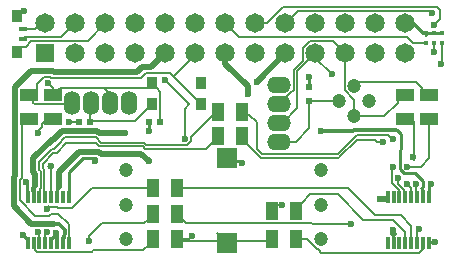
<source format=gtl>
G04*
G04 #@! TF.GenerationSoftware,Altium Limited,Altium Designer,19.1.5 (86)*
G04*
G04 Layer_Physical_Order=1*
G04 Layer_Color=255*
%FSLAX25Y25*%
%MOIN*%
G70*
G01*
G75*
%ADD12C,0.01000*%
%ADD14C,0.00600*%
%ADD31R,0.01181X0.03937*%
%ADD32R,0.07087X0.06890*%
%ADD33R,0.04000X0.06000*%
%ADD34R,0.02200X0.02362*%
%ADD35R,0.01772X0.01772*%
%ADD36R,0.01575X0.01772*%
%ADD37R,0.03150X0.01575*%
%ADD38R,0.03543X0.03937*%
%ADD39R,0.06000X0.04000*%
%ADD40R,0.02165X0.02165*%
%ADD41C,0.01400*%
%ADD42C,0.02000*%
%ADD43C,0.01200*%
%ADD44C,0.06496*%
%ADD45R,0.06496X0.06496*%
%ADD46O,0.05512X0.07874*%
%ADD47O,0.07874X0.05512*%
%ADD48C,0.04724*%
G04:AMPARAMS|DCode=49|XSize=43.31mil|YSize=35.43mil|CornerRadius=8.86mil|HoleSize=0mil|Usage=FLASHONLY|Rotation=270.000|XOffset=0mil|YOffset=0mil|HoleType=Round|Shape=RoundedRectangle|*
%AMROUNDEDRECTD49*
21,1,0.04331,0.01772,0,0,270.0*
21,1,0.02559,0.03543,0,0,270.0*
1,1,0.01772,-0.00886,-0.01280*
1,1,0.01772,-0.00886,0.01280*
1,1,0.01772,0.00886,0.01280*
1,1,0.01772,0.00886,-0.01280*
%
%ADD49ROUNDEDRECTD49*%
%ADD50C,0.02362*%
D12*
X5500Y25000D02*
X6055Y24445D01*
X133590Y28000D02*
X135226D01*
X137781Y25445D01*
X140000Y24500D02*
X140500D01*
X139890Y24390D02*
X140000Y24500D01*
X137781Y23555D02*
Y25445D01*
X137250Y23024D02*
X137781Y23555D01*
X137250Y23024D02*
X137831Y22443D01*
Y20268D02*
Y22443D01*
Y20268D02*
X137921Y20177D01*
X130335Y29307D02*
Y35835D01*
X130500Y36000D01*
X133561Y27971D02*
X133590Y28000D01*
X131671Y27971D02*
X133561D01*
X130335Y29307D02*
X131671Y27971D01*
X15500Y8000D02*
X15784D01*
X13984Y6201D02*
X15784Y8000D01*
X16000Y23000D02*
X16500Y23500D01*
X16000Y21000D02*
Y23000D01*
X15953Y20953D02*
X16000Y21000D01*
X15953Y20177D02*
Y20953D01*
X140067Y5000D02*
X142000D01*
X139890Y4823D02*
X140067Y5000D01*
X130416Y36183D02*
Y41084D01*
X129500Y42000D02*
X130416Y41084D01*
X139890Y20177D02*
Y24390D01*
X15934Y7934D02*
X16000Y8000D01*
X15934Y4842D02*
Y7934D01*
Y4842D02*
X15953Y4823D01*
X24500Y33000D02*
X29000D01*
X19890Y28390D02*
X24500Y33000D01*
X19890Y20177D02*
Y28390D01*
X6055Y20232D02*
Y24445D01*
Y20232D02*
X6110Y20177D01*
X13984Y4823D02*
Y6201D01*
X4500Y7500D02*
X6110Y5890D01*
Y4823D02*
Y5890D01*
X138500Y74500D02*
X138842Y74158D01*
X77000Y32000D02*
X77500Y31500D01*
X73500Y32000D02*
X77000D01*
X72500Y33000D02*
X73500Y32000D01*
X72500Y33000D02*
Y33075D01*
X4307Y82000D02*
X5000D01*
X2713Y80405D02*
X4307Y82000D01*
X137827Y74673D02*
X138842D01*
X134500Y78000D02*
X137827Y74673D01*
X132000Y78000D02*
X134500D01*
X139000Y74673D02*
X141500D01*
X138842Y74158D02*
Y74673D01*
X141500D02*
X144158D01*
X100000Y56800D02*
Y60000D01*
X46500Y42000D02*
X46610Y42110D01*
Y45000D01*
D14*
X136000Y6000D02*
Y9000D01*
X136500Y9500D01*
X3419Y19037D02*
X8537Y13919D01*
X13362D01*
X14059Y14616D02*
X16384D01*
X13362Y13919D02*
X14059Y14616D01*
X12500Y16000D02*
Y16500D01*
X13000Y17000D01*
X142419Y83581D02*
X143500Y82500D01*
X85797Y78297D02*
X91081Y83581D01*
X142419D01*
X141000Y81500D02*
X141500Y82000D01*
X122000Y39046D02*
X122546Y38500D01*
X127500Y39500D02*
X128000D01*
X126116Y40884D02*
X127500Y39500D01*
X122546Y38500D02*
X124500D01*
X115884Y40884D02*
X126116D01*
X109500Y34500D02*
X115884Y40884D01*
X68000Y47500D02*
X69500D01*
X28862Y40000D02*
X30662Y38200D01*
X18500Y40000D02*
X28862D01*
X30662Y38200D02*
X44929D01*
X65519Y36219D02*
X69500Y40200D01*
X44432Y37000D02*
X45213Y36219D01*
X44929Y38200D02*
X45710Y37419D01*
X59362D01*
X45213Y36219D02*
X65519D01*
X60581Y40081D02*
X68000Y47500D01*
X60581Y38638D02*
Y40081D01*
X59362Y37419D02*
X60581Y38638D01*
X58500Y39500D02*
Y49500D01*
X3419Y19037D02*
Y25862D01*
X4116Y26559D02*
Y46116D01*
X3419Y25862D02*
X4116Y26559D01*
X127419Y24916D02*
X130000Y22335D01*
X127419Y24916D02*
Y29419D01*
X128000Y30000D01*
X129500Y26500D02*
X129719Y26281D01*
Y24337D02*
Y26281D01*
Y24337D02*
X131638Y22419D01*
X131725Y21775D02*
Y22419D01*
X131638D02*
X131725D01*
X134500Y33000D02*
Y33500D01*
Y33000D02*
X135000Y32500D01*
X134000Y5000D02*
Y10500D01*
X9003Y8500D02*
X9867Y7636D01*
X9000Y8500D02*
X9003D01*
X9867Y5003D02*
Y7636D01*
Y5003D02*
X10047Y4823D01*
X12016Y7351D02*
X13016Y8351D01*
X12435D02*
X13016D01*
X16384Y14616D02*
X20000Y11000D01*
Y6311D02*
Y11000D01*
X13000Y17000D02*
X13300Y16700D01*
X9200Y57700D02*
X11581Y60081D01*
X13862D01*
X14059Y59884D02*
X43884D01*
X13862Y60081D02*
X14059Y59884D01*
X13051Y30500D02*
X14000D01*
X13000Y30448D02*
X13051Y30500D01*
X26500Y5500D02*
Y7000D01*
X31000Y11500D01*
X58900Y11600D02*
X100500D01*
X101100Y11000D02*
X114000D01*
X100500Y11600D02*
X101100Y11000D01*
X128000Y12500D02*
X132000Y8500D01*
Y5500D02*
Y8500D01*
X118000Y12500D02*
X128000D01*
X109500Y21000D02*
X118000Y12500D01*
X130500Y14000D02*
X134000Y10500D01*
X122000Y14000D02*
X130500D01*
X113000Y23000D02*
X122000Y14000D01*
X103443Y1943D02*
X103886Y1500D01*
X99387Y6000D02*
X102649Y2738D01*
X102762D02*
X103500Y2000D01*
X102649Y2738D02*
X102762D01*
X95500Y6000D02*
X99387D01*
X137443Y2544D02*
X138399Y3500D01*
X137443Y2482D02*
Y2544D01*
X136462Y1500D02*
X137443Y2482D01*
X103886Y1500D02*
X136462D01*
X115743Y39046D02*
X122000D01*
X132500Y24500D02*
X134000Y23000D01*
Y21000D02*
Y23000D01*
X131725Y21775D02*
X132000Y21500D01*
X135500Y22008D02*
Y24500D01*
Y22008D02*
X136000Y21508D01*
Y21000D02*
Y21508D01*
X132616Y30252D02*
X132752Y30116D01*
X130000Y22000D02*
Y22335D01*
X132752Y30116D02*
X137116D01*
X140000Y33000D01*
X31000Y11500D02*
X45000D01*
X13300Y16700D02*
X15997D01*
X16197Y16500D01*
X21000D01*
X27500Y23000D01*
X17500Y39000D02*
X18500Y40000D01*
X14785Y36004D02*
X17641Y38859D01*
X14142Y36004D02*
X14785D01*
X9500Y41500D02*
Y42000D01*
X18975Y38000D02*
X29000D01*
X30082Y37082D02*
X30165Y37000D01*
X29000Y38000D02*
X30000Y37000D01*
X30165D02*
X44432D01*
X15779Y34804D02*
X18975Y38000D01*
X11600Y22197D02*
Y29235D01*
Y22197D02*
X11725Y22072D01*
Y21275D02*
Y22072D01*
Y21275D02*
X12000Y21000D01*
X10338Y20468D02*
Y22920D01*
X10047Y20177D02*
X10338Y20468D01*
X11116Y29719D02*
X11600Y29235D01*
X9916Y29223D02*
X10400Y28738D01*
Y22983D02*
Y28738D01*
X10338Y22920D02*
X10400Y22983D01*
X13000Y30448D02*
X13984Y29464D01*
Y20177D02*
Y29464D01*
X14639Y34804D02*
X15779D01*
X11116Y31280D02*
X14639Y34804D01*
X9916Y31778D02*
X14142Y36004D01*
X9916Y29223D02*
Y31778D01*
X11116Y29719D02*
Y31280D01*
X4116Y46116D02*
X4500Y46500D01*
X19890Y6201D02*
X20000Y6311D01*
X19890Y4823D02*
Y6201D01*
X12016Y4823D02*
Y7351D01*
X27454Y1954D02*
X28000Y2500D01*
X9084Y1954D02*
X27454D01*
X8557Y2482D02*
X9084Y1954D01*
X8557Y2482D02*
Y2943D01*
X8369Y3131D02*
X8557Y2943D01*
X8369Y3131D02*
Y3154D01*
X8024Y3500D02*
X8369Y3154D01*
X8000Y3500D02*
X8024D01*
X20000Y45000D02*
X23110D01*
X4484Y76000D02*
X8700D01*
X56000Y14500D02*
X58900Y11600D01*
X26160Y72160D02*
X32000Y78000D01*
X7354Y72160D02*
X26160D01*
X5457Y70263D02*
X7354Y72160D01*
X4184Y70263D02*
X5457D01*
X2713Y68791D02*
X4184Y70263D01*
X2713Y68594D02*
Y68791D01*
X17360Y73360D02*
X22000Y78000D01*
X4919Y73360D02*
X17360D01*
X4484Y72925D02*
X4919Y73360D01*
X3500Y76000D02*
X4484D01*
X10701Y78000D02*
X12000D01*
X8700Y76000D02*
X10701Y78000D01*
X3500Y76000D02*
X3575Y76075D01*
X4484D01*
X141352Y82148D02*
X141500Y82000D01*
X96148Y82148D02*
X141352D01*
X143500Y79500D02*
Y82500D01*
X141500Y77500D02*
X143500Y79500D01*
X92000Y78000D02*
X96148Y82148D01*
X132518Y73360D02*
X134551Y71327D01*
X76640Y73360D02*
X132518D01*
X144000Y64500D02*
X144158Y64657D01*
Y71327D01*
X141500Y68500D02*
Y71327D01*
X82297Y78297D02*
X85797D01*
X82000Y78000D02*
X82297Y78297D01*
X72000Y78000D02*
X76640Y73360D01*
X100160Y72160D02*
X107852D01*
X97852Y69852D02*
X100160Y72160D01*
X107852D02*
X112000Y68012D01*
X134551Y71327D02*
X138842D01*
X100200Y21000D02*
X109500D01*
X97400Y18200D02*
X100200Y21000D01*
X97200Y18200D02*
X97400D01*
X96350Y17350D02*
X97200Y18200D01*
X96350Y17150D02*
Y17350D01*
X102000Y66500D02*
X107500Y61000D01*
X102000Y66500D02*
Y68012D01*
X100000Y43000D02*
Y52200D01*
X90000Y38551D02*
X95551D01*
X100000Y43000D01*
X89200Y17500D02*
X91000D01*
X87500Y15800D02*
X89200Y17500D01*
X87500Y15500D02*
Y15800D01*
X58500Y49500D02*
X60000Y51000D01*
X9200Y55700D02*
Y57700D01*
X7500Y54000D02*
X9200Y55700D01*
X6336Y54000D02*
X7500D01*
X50390Y45000D02*
Y55197D01*
X49245Y56341D02*
X50390Y55197D01*
X49169Y56341D02*
X49245D01*
X47500Y58010D02*
X49169Y56341D01*
X52000Y59000D02*
X60000Y51000D01*
X55000Y60500D02*
X62000Y67500D01*
Y68012D01*
X6336Y54000D02*
X8036Y52300D01*
X8500Y51000D02*
X21051D01*
X43884Y59884D02*
X45500Y61500D01*
X13000Y58000D02*
X14500Y56500D01*
X56000Y23000D02*
X113000D01*
X69500Y40200D02*
Y40500D01*
X56500Y5500D02*
X87000D01*
X60000Y6000D02*
X61000Y7000D01*
X56000Y6000D02*
X60000D01*
X94837Y55935D02*
Y62546D01*
X96037Y49706D02*
Y62049D01*
X93637Y54734D02*
X94837Y55935D01*
X93637Y54637D02*
Y54734D01*
X94837Y62546D02*
X97852Y65561D01*
X90000Y51150D02*
X90150D01*
X96037Y62049D02*
X102000Y68012D01*
X90150Y51150D02*
X93637Y54637D01*
X91181Y44850D02*
X96037Y49706D01*
X53535Y61500D02*
X62290Y52745D01*
X14500Y54000D02*
Y56500D01*
X47500Y58010D02*
Y58087D01*
X97852Y65561D02*
Y69852D01*
X90000Y44850D02*
X91181D01*
X111738Y55649D02*
X115000Y52386D01*
X111738Y55649D02*
Y67750D01*
X112000Y68012D01*
X115000Y47000D02*
Y52386D01*
X114500Y57500D02*
X115000Y57000D01*
X109800Y52200D02*
X110000Y52000D01*
X100000Y52200D02*
X109800D01*
X135500Y58500D02*
X137464Y56536D01*
X116500Y58500D02*
X135500D01*
X115000Y57000D02*
X116500Y58500D01*
X137464Y55700D02*
Y56536D01*
Y55700D02*
X139164Y54000D01*
X140000D01*
X115000Y47000D02*
X125000D01*
X129464Y51464D01*
Y52300D01*
X130000D01*
X131700Y54000D01*
X132000D01*
X135000Y32500D02*
Y45000D01*
X134000Y46000D02*
X135000Y45000D01*
X132000Y46000D02*
X134000D01*
X140000Y33000D02*
Y46000D01*
X84003Y33000D02*
X109500D01*
X109800Y33300D01*
X109997D01*
X115743Y39046D01*
X77500Y47500D02*
X80000D01*
X84200Y34500D02*
X109500D01*
X35075Y52925D02*
X35150Y52850D01*
Y51000D02*
Y52850D01*
X45913Y56500D02*
X47500Y58087D01*
X31500Y56500D02*
X45913D01*
X17000D02*
X31500D01*
X34006Y53994D02*
X35075Y52925D01*
X31500Y56500D02*
X34006Y53994D01*
X45500Y61500D02*
X53535D01*
X62290Y52745D02*
X62367D01*
X64035Y51077D01*
Y51000D02*
Y51077D01*
X41963Y45463D02*
X47500Y51000D01*
X27272Y45463D02*
X41963D01*
X26890Y45081D02*
X27272Y45463D01*
X26890Y45081D02*
Y51039D01*
Y45000D02*
Y45081D01*
X72402Y4925D02*
X72500D01*
X69257Y8070D02*
X72402Y4925D01*
X69257Y8070D02*
Y8168D01*
X77000Y38164D02*
Y39000D01*
X79500Y37503D02*
X84003Y33000D01*
X87000Y5500D02*
X87500Y6000D01*
X45464Y3464D02*
X46300D01*
X44500Y2500D02*
X45464Y3464D01*
X28000Y2500D02*
X44500D01*
X56000Y6000D02*
X56500Y5500D01*
X26890Y51039D02*
X27350Y51500D01*
X77000Y48500D02*
X77500D01*
X80000Y47500D02*
X82500Y45000D01*
Y36200D02*
Y45000D01*
Y36200D02*
X84200Y34500D01*
X9500Y42000D02*
X10964Y43464D01*
X27500Y23000D02*
X48000D01*
X45000Y11500D02*
X45464Y11964D01*
X46300D01*
X48000Y13664D01*
Y14500D01*
X46300Y3464D02*
X48000Y5164D01*
Y6000D01*
X14500Y54000D02*
X17000Y56500D01*
X21051Y51500D02*
X22551D01*
X13500Y54000D02*
X14500D01*
X8036Y51464D02*
X8500Y51000D01*
X8036Y51464D02*
Y52300D01*
X10964Y43464D02*
Y44300D01*
X12664Y46000D01*
X13500D01*
D31*
X19890Y20177D02*
D03*
Y4823D02*
D03*
X17921Y20177D02*
D03*
Y4823D02*
D03*
X15953Y20177D02*
D03*
Y4823D02*
D03*
X13984Y20177D02*
D03*
Y4823D02*
D03*
X12016Y20177D02*
D03*
Y4823D02*
D03*
X10047Y20177D02*
D03*
Y4823D02*
D03*
X8079Y20177D02*
D03*
Y4823D02*
D03*
X6110Y20177D02*
D03*
Y4823D02*
D03*
X126110D02*
D03*
Y20177D02*
D03*
X128079Y4823D02*
D03*
Y20177D02*
D03*
X130047Y4823D02*
D03*
Y20177D02*
D03*
X132016Y4823D02*
D03*
Y20177D02*
D03*
X133984Y4823D02*
D03*
Y20177D02*
D03*
X135953Y4823D02*
D03*
Y20177D02*
D03*
X137921Y4823D02*
D03*
Y20177D02*
D03*
X139890Y4823D02*
D03*
Y20177D02*
D03*
D32*
X72500Y33075D02*
D03*
Y4925D02*
D03*
D33*
X77500Y48500D02*
D03*
X69500D02*
D03*
X77500Y40500D02*
D03*
X69500D02*
D03*
X87500Y15500D02*
D03*
X95500D02*
D03*
X87500Y6000D02*
D03*
X95500D02*
D03*
X48000D02*
D03*
X56000D02*
D03*
X48000Y14500D02*
D03*
X56000D02*
D03*
X48000Y23000D02*
D03*
X56000D02*
D03*
D34*
X26890Y45000D02*
D03*
X23110D02*
D03*
X46610D02*
D03*
X50390D02*
D03*
D35*
X138842Y71327D02*
D03*
X144158D02*
D03*
Y74673D02*
D03*
X138842D02*
D03*
D36*
X141500Y71327D02*
D03*
Y74673D02*
D03*
D37*
X4484Y72925D02*
D03*
Y76075D02*
D03*
D38*
X2713Y80405D02*
D03*
Y68594D02*
D03*
D39*
X6500Y46000D02*
D03*
Y54000D02*
D03*
X14500D02*
D03*
Y46000D02*
D03*
X132000Y54000D02*
D03*
Y46000D02*
D03*
X140000D02*
D03*
Y54000D02*
D03*
D40*
X100000Y52200D02*
D03*
Y56800D02*
D03*
D41*
X115021Y42484D02*
X129016D01*
X114537Y42000D02*
X115021Y42484D01*
X129016D02*
X129500Y42000D01*
X103961D02*
X114537D01*
X14421Y39421D02*
X15079D01*
X8000Y23270D02*
X8500Y23770D01*
X8000Y22841D02*
Y23270D01*
Y22841D02*
X8157Y22684D01*
X8001Y22000D02*
X8157Y22156D01*
Y22684D01*
D42*
X1519Y16981D02*
X7368Y11132D01*
X1519Y16981D02*
Y26649D01*
X2000Y27130D02*
Y43000D01*
X1519Y26649D02*
X2000Y27130D01*
X14212Y11288D02*
X14500Y11000D01*
X8321Y11288D02*
X14212D01*
X8165Y11132D02*
X8321Y11288D01*
X7368Y11132D02*
X8165D01*
X1900Y56663D02*
X7218Y61981D01*
X14649D01*
X14846Y61784D02*
X42629D01*
X14649Y61981D02*
X14846Y61784D01*
X123500Y19500D02*
X125888D01*
X128000Y7755D02*
X128079Y7676D01*
X128000Y7755D02*
Y9000D01*
X8016Y33016D02*
X14421Y39421D01*
X16500Y23578D02*
Y28500D01*
X23100Y35100D02*
X29870D01*
X16500Y28500D02*
X23100Y35100D01*
X29870D02*
X30470Y34500D01*
X8016Y28436D02*
X8500Y27951D01*
Y23770D02*
Y27951D01*
X8016Y28436D02*
Y33016D01*
X15000Y39500D02*
X17700Y42200D01*
X29349D01*
X30049Y41500D01*
X38500D01*
X15000Y39500D02*
X15079Y39421D01*
X79500Y54500D02*
Y57000D01*
X72000Y64500D02*
X79500Y57000D01*
X72000Y64500D02*
Y68012D01*
X30470Y34500D02*
X44000D01*
X46500Y32000D01*
X1900Y43100D02*
X2000Y43000D01*
X1900Y43100D02*
Y56663D01*
X42629Y61784D02*
X44244Y63400D01*
X47388D01*
X52000Y68012D01*
X82500Y58512D02*
X92000Y68012D01*
X82500Y58500D02*
Y58512D01*
D43*
X16500Y11000D02*
X18460Y9040D01*
Y7649D02*
Y9040D01*
X18099Y6599D02*
Y7288D01*
X18460Y7649D01*
X14500Y11000D02*
X16500D01*
X18000Y6500D02*
X18099Y6599D01*
D44*
X132000Y78000D02*
D03*
Y68012D02*
D03*
X122000Y78000D02*
D03*
Y68012D02*
D03*
X112000Y78000D02*
D03*
Y68012D02*
D03*
X102000Y78000D02*
D03*
Y68012D02*
D03*
X92000Y78000D02*
D03*
Y68012D02*
D03*
X82000Y78000D02*
D03*
Y68012D02*
D03*
X72000Y78000D02*
D03*
Y68012D02*
D03*
X62000Y78000D02*
D03*
Y68012D02*
D03*
X52000Y78000D02*
D03*
Y68012D02*
D03*
X42000Y78000D02*
D03*
Y68012D02*
D03*
X32000Y78000D02*
D03*
Y68012D02*
D03*
X22000Y78000D02*
D03*
Y68012D02*
D03*
X12000Y78000D02*
D03*
D45*
Y68012D02*
D03*
D46*
X39949Y51500D02*
D03*
X33650D02*
D03*
X27350D02*
D03*
X21051D02*
D03*
D47*
X90000Y38551D02*
D03*
Y44850D02*
D03*
Y51150D02*
D03*
Y57449D02*
D03*
D48*
X120000Y52000D02*
D03*
X115000Y57000D02*
D03*
X110000Y52000D02*
D03*
X115000Y47000D02*
D03*
X103961Y17500D02*
D03*
X39000D02*
D03*
X39039Y6000D02*
D03*
X104000D02*
D03*
X103961Y29000D02*
D03*
X39000D02*
D03*
D49*
X47500Y51000D02*
D03*
X64035D02*
D03*
X47500Y58087D02*
D03*
X64035D02*
D03*
D50*
X28500Y32000D02*
D03*
X136500Y9500D02*
D03*
X12500Y16000D02*
D03*
X141000Y81500D02*
D03*
X128000Y39500D02*
D03*
X124500Y38500D02*
D03*
X58500Y39500D02*
D03*
X5500Y25000D02*
D03*
X140500Y24500D02*
D03*
X129500Y26500D02*
D03*
X134500Y33500D02*
D03*
X15500Y8000D02*
D03*
X9473Y8507D02*
D03*
X12435Y8351D02*
D03*
X14500Y11000D02*
D03*
X14000Y30500D02*
D03*
X26500Y5500D02*
D03*
X142000Y5000D02*
D03*
X123500Y19500D02*
D03*
X114000Y11000D02*
D03*
X128000Y9000D02*
D03*
X132500Y24500D02*
D03*
X135500D02*
D03*
X132616Y30252D02*
D03*
X128000Y30000D02*
D03*
X9500Y41500D02*
D03*
X4500Y7500D02*
D03*
X38500Y41500D02*
D03*
X20000Y45000D02*
D03*
X77500Y31500D02*
D03*
X5000Y82000D02*
D03*
X144000Y64500D02*
D03*
X141500Y68500D02*
D03*
Y77500D02*
D03*
X103961Y42000D02*
D03*
X107500Y61000D02*
D03*
X91000Y17500D02*
D03*
X79500Y54500D02*
D03*
X52000Y59000D02*
D03*
X13000Y58000D02*
D03*
X61000Y7000D02*
D03*
X82500Y58500D02*
D03*
X100000Y60000D02*
D03*
X46500Y32000D02*
D03*
Y42000D02*
D03*
M02*

</source>
